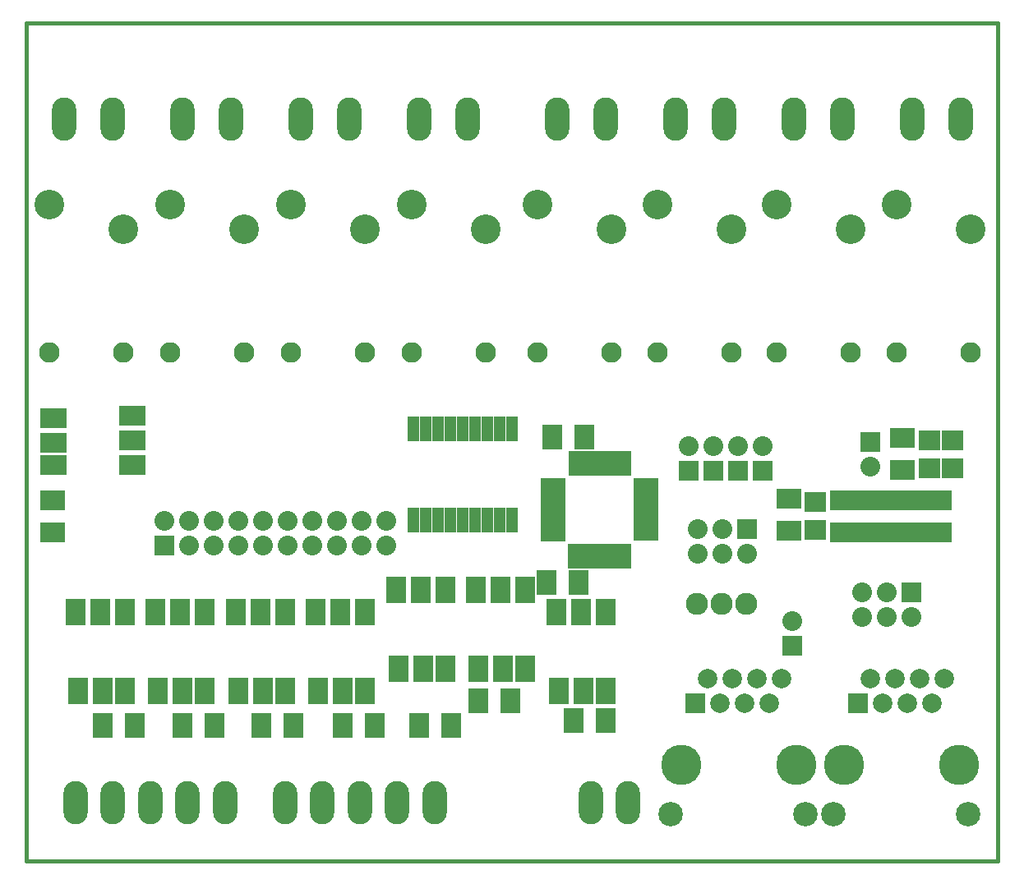
<source format=gts>
G04 (created by PCBNEW (2013-mar-13)-testing) date dim. 08 sept. 2013 12:04:55 CEST*
%MOIN*%
G04 Gerber Fmt 3.4, Leading zero omitted, Abs format*
%FSLAX34Y34*%
G01*
G70*
G90*
G04 APERTURE LIST*
%ADD10C,0.005906*%
%ADD11C,0.015000*%
%ADD12R,0.050000X0.098740*%
%ADD13R,0.080000X0.080000*%
%ADD14C,0.080000*%
%ADD15R,0.037700X0.098700*%
%ADD16R,0.098700X0.037700*%
%ADD17R,0.082000X0.110000*%
%ADD18O,0.098000X0.176000*%
%ADD19R,0.090900X0.082900*%
%ADD20R,0.080000X0.100000*%
%ADD21R,0.100000X0.080000*%
%ADD22R,0.110000X0.082000*%
%ADD23C,0.083000*%
%ADD24C,0.120000*%
%ADD25C,0.090000*%
%ADD26C,0.163700*%
%ADD27R,0.079100X0.079100*%
%ADD28C,0.079100*%
%ADD29C,0.098740*%
G04 APERTURE END LIST*
G54D10*
G54D11*
X71500Y-62000D02*
X110900Y-62000D01*
X71500Y-28000D02*
X110900Y-28000D01*
X110900Y-28000D02*
X110800Y-28000D01*
X110900Y-62000D02*
X110900Y-28000D01*
X71500Y-62000D02*
X71500Y-28000D01*
G54D12*
X87200Y-48150D03*
X87700Y-48150D03*
X88200Y-48150D03*
X88700Y-48150D03*
X89200Y-48150D03*
X89700Y-48150D03*
X90200Y-48150D03*
X90700Y-48150D03*
X91200Y-48150D03*
X91200Y-44450D03*
X90700Y-44450D03*
X90200Y-44450D03*
X87200Y-44449D03*
X87700Y-44450D03*
X88200Y-44450D03*
X88700Y-44450D03*
X89200Y-44450D03*
X89700Y-44450D03*
G54D13*
X77100Y-49200D03*
G54D14*
X77100Y-48200D03*
X78100Y-49200D03*
X78100Y-48200D03*
X79100Y-49200D03*
X79100Y-48200D03*
X80100Y-49200D03*
X80100Y-48200D03*
X81100Y-49200D03*
X81100Y-48200D03*
X82100Y-49200D03*
X82100Y-48200D03*
X83100Y-49200D03*
X83100Y-48200D03*
X84100Y-49200D03*
X84100Y-48200D03*
X85100Y-49200D03*
X85100Y-48200D03*
X86100Y-49200D03*
X86100Y-48200D03*
G54D13*
X102575Y-53275D03*
G54D14*
X102575Y-52275D03*
G54D15*
X93657Y-45854D03*
X93972Y-45854D03*
X94287Y-45854D03*
X94602Y-45854D03*
X94917Y-45854D03*
X95232Y-45854D03*
X95547Y-45854D03*
X95862Y-45854D03*
X95860Y-49620D03*
X93650Y-49620D03*
X93970Y-49620D03*
X94290Y-49620D03*
X94600Y-49620D03*
X94920Y-49620D03*
X95230Y-49620D03*
X95550Y-49620D03*
G54D16*
X96650Y-46638D03*
X96650Y-46952D03*
X96650Y-47268D03*
X96650Y-47582D03*
X96650Y-47898D03*
X96650Y-48212D03*
X96650Y-48528D03*
X96650Y-48842D03*
X92870Y-46640D03*
X92870Y-46950D03*
X92870Y-47270D03*
X92870Y-47580D03*
X92870Y-47890D03*
X92870Y-48210D03*
X92870Y-48530D03*
X92870Y-48850D03*
G54D17*
X89850Y-54200D03*
X90850Y-54200D03*
X91750Y-54200D03*
X91750Y-51000D03*
X90750Y-51000D03*
X89750Y-51000D03*
X93100Y-55100D03*
X94100Y-55100D03*
X95000Y-55100D03*
X95000Y-51900D03*
X94000Y-51900D03*
X93000Y-51900D03*
X86600Y-54200D03*
X87600Y-54200D03*
X88500Y-54200D03*
X88500Y-51000D03*
X87500Y-51000D03*
X86500Y-51000D03*
X83350Y-55100D03*
X84350Y-55100D03*
X85250Y-55100D03*
X85250Y-51900D03*
X84250Y-51900D03*
X83250Y-51900D03*
X80100Y-55100D03*
X81100Y-55100D03*
X82000Y-55100D03*
X82000Y-51900D03*
X81000Y-51900D03*
X80000Y-51900D03*
X76850Y-55100D03*
X77850Y-55100D03*
X78750Y-55100D03*
X78750Y-51900D03*
X77750Y-51900D03*
X76750Y-51900D03*
X73600Y-55100D03*
X74600Y-55100D03*
X75500Y-55100D03*
X75500Y-51900D03*
X74500Y-51900D03*
X73500Y-51900D03*
G54D18*
X82000Y-59645D03*
X83515Y-59645D03*
X85031Y-59645D03*
X86547Y-59645D03*
X88062Y-59645D03*
X73500Y-59645D03*
X75015Y-59645D03*
X76531Y-59645D03*
X78047Y-59645D03*
X79562Y-59645D03*
G54D13*
X107400Y-51112D03*
G54D14*
X107400Y-52112D03*
X106400Y-51112D03*
X106400Y-52112D03*
X105400Y-51112D03*
X105400Y-52112D03*
G54D19*
X109060Y-46059D03*
X109060Y-44941D03*
X108150Y-46059D03*
X108150Y-44941D03*
X103500Y-47441D03*
X103500Y-48559D03*
G54D13*
X101375Y-46175D03*
G54D14*
X101375Y-45175D03*
G54D13*
X100375Y-46175D03*
G54D14*
X100375Y-45175D03*
G54D13*
X98375Y-46175D03*
G54D14*
X98375Y-45175D03*
G54D13*
X105725Y-45000D03*
G54D14*
X105725Y-46000D03*
G54D13*
X99375Y-46175D03*
G54D14*
X99375Y-45175D03*
G54D20*
X84350Y-56500D03*
X85650Y-56500D03*
G54D21*
X105600Y-48650D03*
X105600Y-47350D03*
X104600Y-48650D03*
X104600Y-47350D03*
X102450Y-48600D03*
X102450Y-47300D03*
G54D20*
X94150Y-44800D03*
X92850Y-44800D03*
G54D21*
X107050Y-44825D03*
X107050Y-46125D03*
G54D20*
X77850Y-56500D03*
X79150Y-56500D03*
G54D21*
X108550Y-48650D03*
X108550Y-47350D03*
G54D20*
X74600Y-56500D03*
X75900Y-56500D03*
X81050Y-56500D03*
X82350Y-56500D03*
X95000Y-56300D03*
X93700Y-56300D03*
X87450Y-56500D03*
X88750Y-56500D03*
X91150Y-55500D03*
X89850Y-55500D03*
G54D13*
X100725Y-48525D03*
G54D14*
X100725Y-49525D03*
X99725Y-48525D03*
X99725Y-49525D03*
X98725Y-48525D03*
X98725Y-49525D03*
G54D22*
X72600Y-44040D03*
X72600Y-45040D03*
X72600Y-45940D03*
X75800Y-45940D03*
X75800Y-44940D03*
X75800Y-43940D03*
G54D21*
X72555Y-47355D03*
X72555Y-48655D03*
X107600Y-47350D03*
X107600Y-48650D03*
X106600Y-47350D03*
X106600Y-48650D03*
G54D18*
X94400Y-59645D03*
X95915Y-59645D03*
G54D20*
X93900Y-50700D03*
X92600Y-50700D03*
G54D23*
X72450Y-41350D03*
X75442Y-41350D03*
G54D24*
X75442Y-36350D03*
X72450Y-35350D03*
G54D23*
X77350Y-41350D03*
X80342Y-41350D03*
G54D24*
X80342Y-36350D03*
X77350Y-35350D03*
G54D23*
X82250Y-41350D03*
X85242Y-41350D03*
G54D24*
X85242Y-36350D03*
X82250Y-35350D03*
G54D23*
X87150Y-41350D03*
X90142Y-41350D03*
G54D24*
X90142Y-36350D03*
X87150Y-35350D03*
G54D18*
X74990Y-31889D03*
X73020Y-31889D03*
X79790Y-31889D03*
X77820Y-31889D03*
X84590Y-31889D03*
X82620Y-31889D03*
X89390Y-31889D03*
X87420Y-31889D03*
X94990Y-31889D03*
X93020Y-31889D03*
X99790Y-31889D03*
X97820Y-31889D03*
X104590Y-31889D03*
X102620Y-31889D03*
X109390Y-31889D03*
X107420Y-31889D03*
G54D23*
X106800Y-41350D03*
X109792Y-41350D03*
G54D24*
X109792Y-36350D03*
X106800Y-35350D03*
G54D23*
X101950Y-41350D03*
X104942Y-41350D03*
G54D24*
X104942Y-36350D03*
X101950Y-35350D03*
G54D23*
X97100Y-41350D03*
X100092Y-41350D03*
G54D24*
X100092Y-36350D03*
X97100Y-35350D03*
G54D23*
X92250Y-41350D03*
X95242Y-41350D03*
G54D24*
X95242Y-36350D03*
X92250Y-35350D03*
G54D25*
X98700Y-51575D03*
X99700Y-51575D03*
X100700Y-51575D03*
G54D26*
X102738Y-58112D03*
X98065Y-58112D03*
G54D27*
X98650Y-55612D03*
G54D28*
X99150Y-54612D03*
X99650Y-55612D03*
X100150Y-54612D03*
X100650Y-55612D03*
X101150Y-54612D03*
X101650Y-55612D03*
X102150Y-54612D03*
G54D29*
X97650Y-60112D03*
X103100Y-60112D03*
G54D26*
X109338Y-58112D03*
X104665Y-58112D03*
G54D27*
X105250Y-55612D03*
G54D28*
X105750Y-54612D03*
X106250Y-55612D03*
X106750Y-54612D03*
X107250Y-55612D03*
X107750Y-54612D03*
X108250Y-55612D03*
X108750Y-54612D03*
G54D29*
X104250Y-60112D03*
X109700Y-60112D03*
M02*

</source>
